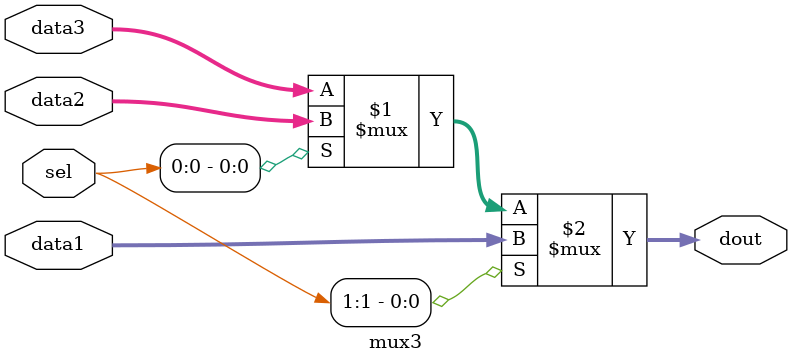
<source format=v>
module mux3(
	input	[31:0]	data1,
	input	[31:0]	data2,
	input	[31:0]	data3,

	input	[1:0]	sel,
	output	[31:0]	dout
);	

assign	dout	=	sel[1]	? 	data1	:
					sel[0]	?	data2	:	data3;

endmodule

</source>
